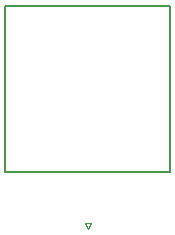
<source format=gbr>
%TF.GenerationSoftware,KiCad,Pcbnew,8.0.3*%
%TF.CreationDate,2024-10-28T17:10:34-04:00*%
%TF.ProjectId,PatchAntennaBreakout,50617463-6841-46e7-9465-6e6e61427265,rev?*%
%TF.SameCoordinates,Original*%
%TF.FileFunction,Legend,Top*%
%TF.FilePolarity,Positive*%
%FSLAX46Y46*%
G04 Gerber Fmt 4.6, Leading zero omitted, Abs format (unit mm)*
G04 Created by KiCad (PCBNEW 8.0.3) date 2024-10-28 17:10:34*
%MOMM*%
%LPD*%
G01*
G04 APERTURE LIST*
%ADD10C,0.120000*%
%ADD11C,0.150000*%
G04 APERTURE END LIST*
D10*
%TO.C,J1*%
X136750000Y-97290000D02*
X137000000Y-97790000D01*
X137000000Y-97790000D02*
X137250000Y-97290000D01*
X137250000Y-97290000D02*
X136750000Y-97290000D01*
%TO.C,AE1*%
D11*
X130000000Y-78955000D02*
X144000000Y-78955000D01*
X144000000Y-92975000D01*
X130000000Y-92975000D01*
X130000000Y-78955000D01*
%TD*%
M02*

</source>
